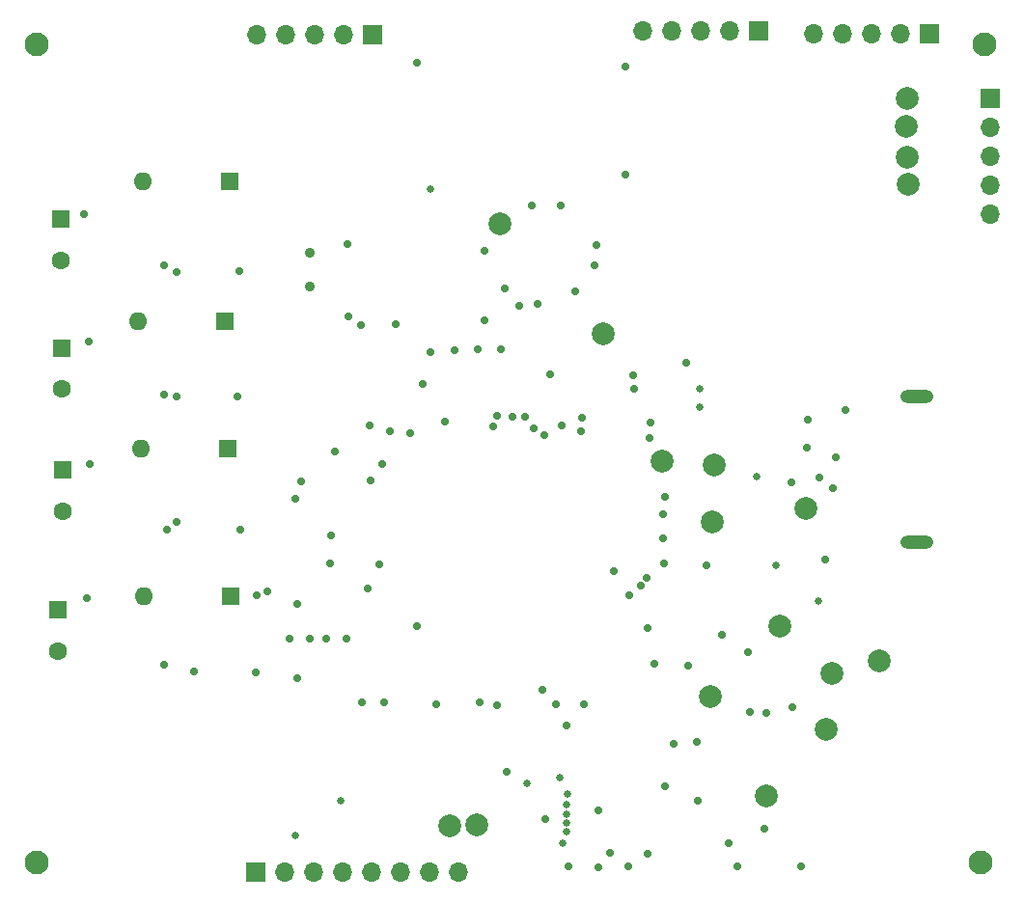
<source format=gbs>
%TF.GenerationSoftware,KiCad,Pcbnew,8.0.8*%
%TF.CreationDate,2025-03-13T11:35:54-04:00*%
%TF.ProjectId,ECE477-SeniorDesign,45434534-3737-42d5-9365-6e696f724465,rev?*%
%TF.SameCoordinates,Original*%
%TF.FileFunction,Soldermask,Bot*%
%TF.FilePolarity,Negative*%
%FSLAX46Y46*%
G04 Gerber Fmt 4.6, Leading zero omitted, Abs format (unit mm)*
G04 Created by KiCad (PCBNEW 8.0.8) date 2025-03-13 11:35:54*
%MOMM*%
%LPD*%
G01*
G04 APERTURE LIST*
G04 Aperture macros list*
%AMRoundRect*
0 Rectangle with rounded corners*
0 $1 Rounding radius*
0 $2 $3 $4 $5 $6 $7 $8 $9 X,Y pos of 4 corners*
0 Add a 4 corners polygon primitive as box body*
4,1,4,$2,$3,$4,$5,$6,$7,$8,$9,$2,$3,0*
0 Add four circle primitives for the rounded corners*
1,1,$1+$1,$2,$3*
1,1,$1+$1,$4,$5*
1,1,$1+$1,$6,$7*
1,1,$1+$1,$8,$9*
0 Add four rect primitives between the rounded corners*
20,1,$1+$1,$2,$3,$4,$5,0*
20,1,$1+$1,$4,$5,$6,$7,0*
20,1,$1+$1,$6,$7,$8,$9,0*
20,1,$1+$1,$8,$9,$2,$3,0*%
G04 Aperture macros list end*
%ADD10RoundRect,0.250000X-0.550000X0.550000X-0.550000X-0.550000X0.550000X-0.550000X0.550000X0.550000X0*%
%ADD11C,1.600000*%
%ADD12R,1.600000X1.600000*%
%ADD13O,1.600000X1.600000*%
%ADD14R,1.700000X1.700000*%
%ADD15O,1.700000X1.700000*%
%ADD16C,2.100000*%
%ADD17C,0.900000*%
%ADD18O,2.900000X1.200000*%
%ADD19C,0.700000*%
%ADD20C,2.000000*%
%ADD21C,0.650000*%
G04 APERTURE END LIST*
D10*
%TO.C,J5*%
X117150000Y-63350000D03*
D11*
X117150000Y-66950000D03*
%TD*%
D12*
%TO.C,D4*%
X132000000Y-60000000D03*
D13*
X124380000Y-60000000D03*
%TD*%
D14*
%TO.C,J2*%
X144490000Y-47150000D03*
D15*
X141950000Y-47150000D03*
X139410000Y-47150000D03*
X136870000Y-47150000D03*
X134330000Y-47150000D03*
%TD*%
D10*
%TO.C,J9*%
X117250000Y-74650000D03*
D11*
X117250000Y-78250000D03*
%TD*%
D16*
%TO.C,H2*%
X115000000Y-119800000D03*
%TD*%
D14*
%TO.C,J3*%
X193325000Y-47050000D03*
D15*
X190785000Y-47050000D03*
X188245000Y-47050000D03*
X185705000Y-47050000D03*
X183165000Y-47050000D03*
%TD*%
D14*
%TO.C,J1*%
X198650000Y-52720000D03*
D15*
X198650000Y-55260000D03*
X198650000Y-57800000D03*
X198650000Y-60340000D03*
X198650000Y-62880000D03*
%TD*%
D10*
%TO.C,J10*%
X117350000Y-85350000D03*
D11*
X117350000Y-88950000D03*
%TD*%
D17*
%TO.C,SWBOOT1*%
X138990000Y-66250000D03*
X138990000Y-69250000D03*
%TD*%
D12*
%TO.C,D6*%
X131750000Y-83500000D03*
D13*
X124130000Y-83500000D03*
%TD*%
D12*
%TO.C,D5*%
X131560000Y-72250000D03*
D13*
X123940000Y-72250000D03*
%TD*%
D16*
%TO.C,H4*%
X197850000Y-119800000D03*
%TD*%
%TO.C,H1*%
X115000000Y-48000000D03*
%TD*%
%TO.C,H3*%
X198150000Y-47950000D03*
%TD*%
D14*
%TO.C,J4*%
X178380000Y-46800000D03*
D15*
X175840000Y-46800000D03*
X173300000Y-46800000D03*
X170760000Y-46800000D03*
X168220000Y-46800000D03*
%TD*%
D10*
%TO.C,J12*%
X116900000Y-97600000D03*
D11*
X116900000Y-101200000D03*
%TD*%
D18*
%TO.C,J7*%
X192210000Y-91650000D03*
X192210000Y-78850000D03*
%TD*%
D14*
%TO.C,EinkDispCon1*%
X134240000Y-120600000D03*
D15*
X136780000Y-120600000D03*
X139320000Y-120600000D03*
X141860000Y-120600000D03*
X144400000Y-120600000D03*
X146940000Y-120600000D03*
X149480000Y-120600000D03*
X152020000Y-120600000D03*
%TD*%
D12*
%TO.C,D7*%
X132030499Y-96400000D03*
D13*
X124410499Y-96400000D03*
%TD*%
D19*
X171975000Y-75900000D03*
X140825000Y-91075000D03*
X161550000Y-107725000D03*
X170875000Y-109375000D03*
X161000000Y-62100000D03*
X158500000Y-62100000D03*
X154350000Y-72200000D03*
X134269501Y-103125001D03*
X126200000Y-102400000D03*
X128869501Y-103025001D03*
X161700000Y-120150000D03*
X164300000Y-120200000D03*
X166950000Y-120100000D03*
X168600000Y-119050000D03*
X165300000Y-118950000D03*
X182100000Y-120100000D03*
X176500000Y-120100000D03*
X172900000Y-109200000D03*
X145500000Y-105750000D03*
X143550000Y-105750000D03*
X140800000Y-93550000D03*
X137900000Y-97100000D03*
X149600000Y-75000000D03*
X151700000Y-74800000D03*
X160050000Y-76950000D03*
X155750000Y-74700000D03*
X147800000Y-82100000D03*
X144350000Y-86250000D03*
X153700000Y-74750000D03*
X157400000Y-70900000D03*
X162800000Y-81900000D03*
D20*
X191350000Y-55200000D03*
X169850000Y-84550000D03*
X174300000Y-89900000D03*
D19*
X162900000Y-80782806D03*
D20*
X191400000Y-52750000D03*
D19*
X155100000Y-81500000D03*
D20*
X164700000Y-73400000D03*
D19*
X145100000Y-93600000D03*
D20*
X191400000Y-57850000D03*
D19*
X142200000Y-100100000D03*
X183700000Y-86000000D03*
D21*
X178200000Y-85900000D03*
D20*
X174500000Y-84925900D03*
D19*
X148400000Y-49600000D03*
X144100000Y-95700000D03*
X177400000Y-101300000D03*
X162300000Y-69700000D03*
X170000000Y-89250000D03*
X182600000Y-83400000D03*
X132800000Y-67900000D03*
X154300000Y-66100000D03*
X182700000Y-80900000D03*
X186000000Y-80100000D03*
X179000000Y-106650000D03*
X135250000Y-95950000D03*
X139000000Y-100100000D03*
X127300000Y-68000000D03*
X167350000Y-77050000D03*
D21*
X141700000Y-114400000D03*
D19*
X166700000Y-49900000D03*
D20*
X180200000Y-99000000D03*
D21*
X161175000Y-118050000D03*
X158000000Y-112850000D03*
D19*
X137750000Y-87850000D03*
X178900000Y-116800000D03*
D21*
X161550000Y-117050000D03*
D19*
X132600000Y-78900000D03*
D20*
X188900000Y-102100000D03*
D21*
X161550000Y-115550000D03*
X161550000Y-116300000D03*
D20*
X191450000Y-60250000D03*
D19*
X127300000Y-78900000D03*
X181300000Y-106150000D03*
X137250000Y-100150000D03*
X160600000Y-105900000D03*
X126500000Y-90600000D03*
X168900000Y-81150000D03*
D20*
X179000000Y-113950000D03*
D19*
X156100000Y-69400000D03*
D21*
X179900000Y-93700000D03*
D19*
X177600000Y-106600000D03*
D21*
X161550000Y-114700000D03*
X160900000Y-112350000D03*
D19*
X127300000Y-89900000D03*
X150100000Y-105900000D03*
X173800000Y-93700000D03*
X170050000Y-93550000D03*
D21*
X173200000Y-79800000D03*
D20*
X151250000Y-116550000D03*
D19*
X164000000Y-67400000D03*
D21*
X161600000Y-113800000D03*
D19*
X164300000Y-115200000D03*
X184200000Y-93200000D03*
D21*
X173200000Y-78200000D03*
D19*
X132900000Y-90600000D03*
X155450000Y-105950000D03*
X146500000Y-72550000D03*
X142300000Y-65500000D03*
X166700000Y-59400000D03*
X126200000Y-67400000D03*
X126200000Y-78700000D03*
D21*
X149600000Y-60700000D03*
D19*
X156800000Y-80700000D03*
D21*
X183600000Y-96800000D03*
D20*
X174100000Y-105200000D03*
D19*
X148400000Y-99000000D03*
D21*
X137750000Y-117400000D03*
D19*
X144200000Y-81450000D03*
X148900000Y-77750000D03*
X168600000Y-99200000D03*
X167050000Y-96350000D03*
X146050000Y-81900000D03*
X155400000Y-80600000D03*
D20*
X153650000Y-116500000D03*
D19*
X143500000Y-72650000D03*
X167400000Y-78250000D03*
X140400000Y-100150000D03*
X119200000Y-62900000D03*
X153900000Y-105750000D03*
X141200000Y-83700000D03*
X170150000Y-87700000D03*
X142400000Y-71900000D03*
X119600000Y-74100000D03*
X119450000Y-96600000D03*
X168800000Y-82500000D03*
X119700000Y-84800000D03*
X137900000Y-103600000D03*
X159400000Y-104650000D03*
X163050000Y-105900000D03*
X164100000Y-65600000D03*
X169950000Y-91300000D03*
X145300000Y-84800000D03*
X150800000Y-81100000D03*
D20*
X184800000Y-103200000D03*
X184300000Y-108100000D03*
D19*
X175150000Y-99800000D03*
D20*
X182500000Y-88700000D03*
D19*
X181200000Y-86400000D03*
X170125000Y-113125000D03*
X168050000Y-95450000D03*
X161100000Y-81400000D03*
X157900000Y-80700000D03*
X158660000Y-81674386D03*
X159600000Y-82300000D03*
X173050000Y-114400000D03*
X165650000Y-94250000D03*
X169200000Y-102350000D03*
X172200000Y-102550000D03*
X168550000Y-94800000D03*
X175750000Y-118100000D03*
X138250000Y-86300000D03*
X134350000Y-96350000D03*
X184900000Y-86950000D03*
X185100000Y-84250000D03*
X159000000Y-70800000D03*
D20*
X155700000Y-63700000D03*
D19*
X159650000Y-116000000D03*
X156250000Y-111850000D03*
M02*

</source>
